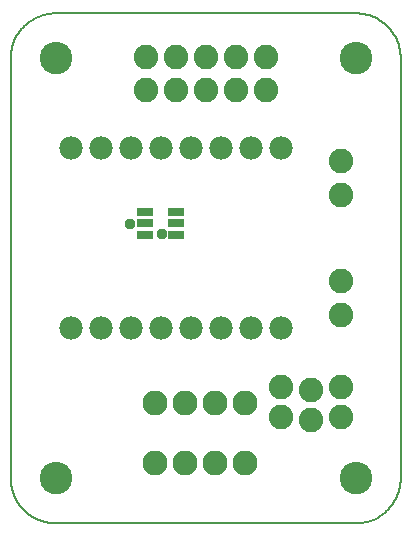
<source format=gbs>
G75*
%MOIN*%
%OFA0B0*%
%FSLAX25Y25*%
%IPPOS*%
%LPD*%
%AMOC8*
5,1,8,0,0,1.08239X$1,22.5*
%
%ADD10C,0.00600*%
%ADD11C,0.00000*%
%ADD12C,0.10800*%
%ADD13C,0.07800*%
%ADD14C,0.08280*%
%ADD15R,0.05524X0.02965*%
%ADD16C,0.08200*%
%ADD17C,0.03778*%
D10*
X0001300Y0016300D02*
X0001300Y0156300D01*
X0001304Y0156662D01*
X0001318Y0157025D01*
X0001339Y0157387D01*
X0001370Y0157748D01*
X0001409Y0158108D01*
X0001457Y0158467D01*
X0001514Y0158825D01*
X0001579Y0159182D01*
X0001653Y0159537D01*
X0001736Y0159890D01*
X0001827Y0160241D01*
X0001926Y0160589D01*
X0002034Y0160935D01*
X0002150Y0161279D01*
X0002275Y0161619D01*
X0002407Y0161956D01*
X0002548Y0162290D01*
X0002697Y0162621D01*
X0002854Y0162948D01*
X0003018Y0163271D01*
X0003190Y0163590D01*
X0003370Y0163904D01*
X0003558Y0164215D01*
X0003753Y0164520D01*
X0003955Y0164821D01*
X0004165Y0165117D01*
X0004381Y0165407D01*
X0004605Y0165693D01*
X0004835Y0165973D01*
X0005072Y0166247D01*
X0005316Y0166515D01*
X0005566Y0166778D01*
X0005822Y0167034D01*
X0006085Y0167284D01*
X0006353Y0167528D01*
X0006627Y0167765D01*
X0006907Y0167995D01*
X0007193Y0168219D01*
X0007483Y0168435D01*
X0007779Y0168645D01*
X0008080Y0168847D01*
X0008385Y0169042D01*
X0008696Y0169230D01*
X0009010Y0169410D01*
X0009329Y0169582D01*
X0009652Y0169746D01*
X0009979Y0169903D01*
X0010310Y0170052D01*
X0010644Y0170193D01*
X0010981Y0170325D01*
X0011321Y0170450D01*
X0011665Y0170566D01*
X0012011Y0170674D01*
X0012359Y0170773D01*
X0012710Y0170864D01*
X0013063Y0170947D01*
X0013418Y0171021D01*
X0013775Y0171086D01*
X0014133Y0171143D01*
X0014492Y0171191D01*
X0014852Y0171230D01*
X0015213Y0171261D01*
X0015575Y0171282D01*
X0015938Y0171296D01*
X0016300Y0171300D01*
X0116300Y0171300D01*
X0116662Y0171296D01*
X0117025Y0171282D01*
X0117387Y0171261D01*
X0117748Y0171230D01*
X0118108Y0171191D01*
X0118467Y0171143D01*
X0118825Y0171086D01*
X0119182Y0171021D01*
X0119537Y0170947D01*
X0119890Y0170864D01*
X0120241Y0170773D01*
X0120589Y0170674D01*
X0120935Y0170566D01*
X0121279Y0170450D01*
X0121619Y0170325D01*
X0121956Y0170193D01*
X0122290Y0170052D01*
X0122621Y0169903D01*
X0122948Y0169746D01*
X0123271Y0169582D01*
X0123590Y0169410D01*
X0123904Y0169230D01*
X0124215Y0169042D01*
X0124520Y0168847D01*
X0124821Y0168645D01*
X0125117Y0168435D01*
X0125407Y0168219D01*
X0125693Y0167995D01*
X0125973Y0167765D01*
X0126247Y0167528D01*
X0126515Y0167284D01*
X0126778Y0167034D01*
X0127034Y0166778D01*
X0127284Y0166515D01*
X0127528Y0166247D01*
X0127765Y0165973D01*
X0127995Y0165693D01*
X0128219Y0165407D01*
X0128435Y0165117D01*
X0128645Y0164821D01*
X0128847Y0164520D01*
X0129042Y0164215D01*
X0129230Y0163904D01*
X0129410Y0163590D01*
X0129582Y0163271D01*
X0129746Y0162948D01*
X0129903Y0162621D01*
X0130052Y0162290D01*
X0130193Y0161956D01*
X0130325Y0161619D01*
X0130450Y0161279D01*
X0130566Y0160935D01*
X0130674Y0160589D01*
X0130773Y0160241D01*
X0130864Y0159890D01*
X0130947Y0159537D01*
X0131021Y0159182D01*
X0131086Y0158825D01*
X0131143Y0158467D01*
X0131191Y0158108D01*
X0131230Y0157748D01*
X0131261Y0157387D01*
X0131282Y0157025D01*
X0131296Y0156662D01*
X0131300Y0156300D01*
X0131300Y0016300D01*
X0131296Y0015938D01*
X0131282Y0015575D01*
X0131261Y0015213D01*
X0131230Y0014852D01*
X0131191Y0014492D01*
X0131143Y0014133D01*
X0131086Y0013775D01*
X0131021Y0013418D01*
X0130947Y0013063D01*
X0130864Y0012710D01*
X0130773Y0012359D01*
X0130674Y0012011D01*
X0130566Y0011665D01*
X0130450Y0011321D01*
X0130325Y0010981D01*
X0130193Y0010644D01*
X0130052Y0010310D01*
X0129903Y0009979D01*
X0129746Y0009652D01*
X0129582Y0009329D01*
X0129410Y0009010D01*
X0129230Y0008696D01*
X0129042Y0008385D01*
X0128847Y0008080D01*
X0128645Y0007779D01*
X0128435Y0007483D01*
X0128219Y0007193D01*
X0127995Y0006907D01*
X0127765Y0006627D01*
X0127528Y0006353D01*
X0127284Y0006085D01*
X0127034Y0005822D01*
X0126778Y0005566D01*
X0126515Y0005316D01*
X0126247Y0005072D01*
X0125973Y0004835D01*
X0125693Y0004605D01*
X0125407Y0004381D01*
X0125117Y0004165D01*
X0124821Y0003955D01*
X0124520Y0003753D01*
X0124215Y0003558D01*
X0123904Y0003370D01*
X0123590Y0003190D01*
X0123271Y0003018D01*
X0122948Y0002854D01*
X0122621Y0002697D01*
X0122290Y0002548D01*
X0121956Y0002407D01*
X0121619Y0002275D01*
X0121279Y0002150D01*
X0120935Y0002034D01*
X0120589Y0001926D01*
X0120241Y0001827D01*
X0119890Y0001736D01*
X0119537Y0001653D01*
X0119182Y0001579D01*
X0118825Y0001514D01*
X0118467Y0001457D01*
X0118108Y0001409D01*
X0117748Y0001370D01*
X0117387Y0001339D01*
X0117025Y0001318D01*
X0116662Y0001304D01*
X0116300Y0001300D01*
X0016300Y0001300D01*
X0015938Y0001304D01*
X0015575Y0001318D01*
X0015213Y0001339D01*
X0014852Y0001370D01*
X0014492Y0001409D01*
X0014133Y0001457D01*
X0013775Y0001514D01*
X0013418Y0001579D01*
X0013063Y0001653D01*
X0012710Y0001736D01*
X0012359Y0001827D01*
X0012011Y0001926D01*
X0011665Y0002034D01*
X0011321Y0002150D01*
X0010981Y0002275D01*
X0010644Y0002407D01*
X0010310Y0002548D01*
X0009979Y0002697D01*
X0009652Y0002854D01*
X0009329Y0003018D01*
X0009010Y0003190D01*
X0008696Y0003370D01*
X0008385Y0003558D01*
X0008080Y0003753D01*
X0007779Y0003955D01*
X0007483Y0004165D01*
X0007193Y0004381D01*
X0006907Y0004605D01*
X0006627Y0004835D01*
X0006353Y0005072D01*
X0006085Y0005316D01*
X0005822Y0005566D01*
X0005566Y0005822D01*
X0005316Y0006085D01*
X0005072Y0006353D01*
X0004835Y0006627D01*
X0004605Y0006907D01*
X0004381Y0007193D01*
X0004165Y0007483D01*
X0003955Y0007779D01*
X0003753Y0008080D01*
X0003558Y0008385D01*
X0003370Y0008696D01*
X0003190Y0009010D01*
X0003018Y0009329D01*
X0002854Y0009652D01*
X0002697Y0009979D01*
X0002548Y0010310D01*
X0002407Y0010644D01*
X0002275Y0010981D01*
X0002150Y0011321D01*
X0002034Y0011665D01*
X0001926Y0012011D01*
X0001827Y0012359D01*
X0001736Y0012710D01*
X0001653Y0013063D01*
X0001579Y0013418D01*
X0001514Y0013775D01*
X0001457Y0014133D01*
X0001409Y0014492D01*
X0001370Y0014852D01*
X0001339Y0015213D01*
X0001318Y0015575D01*
X0001304Y0015938D01*
X0001300Y0016300D01*
D11*
X0011300Y0016300D02*
X0011302Y0016441D01*
X0011308Y0016582D01*
X0011318Y0016722D01*
X0011332Y0016862D01*
X0011350Y0017002D01*
X0011371Y0017141D01*
X0011397Y0017280D01*
X0011426Y0017418D01*
X0011460Y0017554D01*
X0011497Y0017690D01*
X0011538Y0017825D01*
X0011583Y0017959D01*
X0011632Y0018091D01*
X0011684Y0018222D01*
X0011740Y0018351D01*
X0011800Y0018478D01*
X0011863Y0018604D01*
X0011929Y0018728D01*
X0012000Y0018851D01*
X0012073Y0018971D01*
X0012150Y0019089D01*
X0012230Y0019205D01*
X0012314Y0019318D01*
X0012400Y0019429D01*
X0012490Y0019538D01*
X0012583Y0019644D01*
X0012678Y0019747D01*
X0012777Y0019848D01*
X0012878Y0019946D01*
X0012982Y0020041D01*
X0013089Y0020133D01*
X0013198Y0020222D01*
X0013310Y0020307D01*
X0013424Y0020390D01*
X0013540Y0020470D01*
X0013659Y0020546D01*
X0013780Y0020618D01*
X0013902Y0020688D01*
X0014027Y0020753D01*
X0014153Y0020816D01*
X0014281Y0020874D01*
X0014411Y0020929D01*
X0014542Y0020981D01*
X0014675Y0021028D01*
X0014809Y0021072D01*
X0014944Y0021113D01*
X0015080Y0021149D01*
X0015217Y0021181D01*
X0015355Y0021210D01*
X0015493Y0021235D01*
X0015633Y0021255D01*
X0015773Y0021272D01*
X0015913Y0021285D01*
X0016054Y0021294D01*
X0016194Y0021299D01*
X0016335Y0021300D01*
X0016476Y0021297D01*
X0016617Y0021290D01*
X0016757Y0021279D01*
X0016897Y0021264D01*
X0017037Y0021245D01*
X0017176Y0021223D01*
X0017314Y0021196D01*
X0017452Y0021166D01*
X0017588Y0021131D01*
X0017724Y0021093D01*
X0017858Y0021051D01*
X0017992Y0021005D01*
X0018124Y0020956D01*
X0018254Y0020902D01*
X0018383Y0020845D01*
X0018510Y0020785D01*
X0018636Y0020721D01*
X0018759Y0020653D01*
X0018881Y0020582D01*
X0019001Y0020508D01*
X0019118Y0020430D01*
X0019233Y0020349D01*
X0019346Y0020265D01*
X0019457Y0020178D01*
X0019565Y0020087D01*
X0019670Y0019994D01*
X0019773Y0019897D01*
X0019873Y0019798D01*
X0019970Y0019696D01*
X0020064Y0019591D01*
X0020155Y0019484D01*
X0020243Y0019374D01*
X0020328Y0019262D01*
X0020410Y0019147D01*
X0020489Y0019030D01*
X0020564Y0018911D01*
X0020636Y0018790D01*
X0020704Y0018667D01*
X0020769Y0018542D01*
X0020831Y0018415D01*
X0020888Y0018286D01*
X0020943Y0018156D01*
X0020993Y0018025D01*
X0021040Y0017892D01*
X0021083Y0017758D01*
X0021122Y0017622D01*
X0021157Y0017486D01*
X0021189Y0017349D01*
X0021216Y0017211D01*
X0021240Y0017072D01*
X0021260Y0016932D01*
X0021276Y0016792D01*
X0021288Y0016652D01*
X0021296Y0016511D01*
X0021300Y0016370D01*
X0021300Y0016230D01*
X0021296Y0016089D01*
X0021288Y0015948D01*
X0021276Y0015808D01*
X0021260Y0015668D01*
X0021240Y0015528D01*
X0021216Y0015389D01*
X0021189Y0015251D01*
X0021157Y0015114D01*
X0021122Y0014978D01*
X0021083Y0014842D01*
X0021040Y0014708D01*
X0020993Y0014575D01*
X0020943Y0014444D01*
X0020888Y0014314D01*
X0020831Y0014185D01*
X0020769Y0014058D01*
X0020704Y0013933D01*
X0020636Y0013810D01*
X0020564Y0013689D01*
X0020489Y0013570D01*
X0020410Y0013453D01*
X0020328Y0013338D01*
X0020243Y0013226D01*
X0020155Y0013116D01*
X0020064Y0013009D01*
X0019970Y0012904D01*
X0019873Y0012802D01*
X0019773Y0012703D01*
X0019670Y0012606D01*
X0019565Y0012513D01*
X0019457Y0012422D01*
X0019346Y0012335D01*
X0019233Y0012251D01*
X0019118Y0012170D01*
X0019001Y0012092D01*
X0018881Y0012018D01*
X0018759Y0011947D01*
X0018636Y0011879D01*
X0018510Y0011815D01*
X0018383Y0011755D01*
X0018254Y0011698D01*
X0018124Y0011644D01*
X0017992Y0011595D01*
X0017858Y0011549D01*
X0017724Y0011507D01*
X0017588Y0011469D01*
X0017452Y0011434D01*
X0017314Y0011404D01*
X0017176Y0011377D01*
X0017037Y0011355D01*
X0016897Y0011336D01*
X0016757Y0011321D01*
X0016617Y0011310D01*
X0016476Y0011303D01*
X0016335Y0011300D01*
X0016194Y0011301D01*
X0016054Y0011306D01*
X0015913Y0011315D01*
X0015773Y0011328D01*
X0015633Y0011345D01*
X0015493Y0011365D01*
X0015355Y0011390D01*
X0015217Y0011419D01*
X0015080Y0011451D01*
X0014944Y0011487D01*
X0014809Y0011528D01*
X0014675Y0011572D01*
X0014542Y0011619D01*
X0014411Y0011671D01*
X0014281Y0011726D01*
X0014153Y0011784D01*
X0014027Y0011847D01*
X0013902Y0011912D01*
X0013780Y0011982D01*
X0013659Y0012054D01*
X0013540Y0012130D01*
X0013424Y0012210D01*
X0013310Y0012293D01*
X0013198Y0012378D01*
X0013089Y0012467D01*
X0012982Y0012559D01*
X0012878Y0012654D01*
X0012777Y0012752D01*
X0012678Y0012853D01*
X0012583Y0012956D01*
X0012490Y0013062D01*
X0012400Y0013171D01*
X0012314Y0013282D01*
X0012230Y0013395D01*
X0012150Y0013511D01*
X0012073Y0013629D01*
X0012000Y0013749D01*
X0011929Y0013872D01*
X0011863Y0013996D01*
X0011800Y0014122D01*
X0011740Y0014249D01*
X0011684Y0014378D01*
X0011632Y0014509D01*
X0011583Y0014641D01*
X0011538Y0014775D01*
X0011497Y0014910D01*
X0011460Y0015046D01*
X0011426Y0015182D01*
X0011397Y0015320D01*
X0011371Y0015459D01*
X0011350Y0015598D01*
X0011332Y0015738D01*
X0011318Y0015878D01*
X0011308Y0016018D01*
X0011302Y0016159D01*
X0011300Y0016300D01*
X0111300Y0016300D02*
X0111302Y0016441D01*
X0111308Y0016582D01*
X0111318Y0016722D01*
X0111332Y0016862D01*
X0111350Y0017002D01*
X0111371Y0017141D01*
X0111397Y0017280D01*
X0111426Y0017418D01*
X0111460Y0017554D01*
X0111497Y0017690D01*
X0111538Y0017825D01*
X0111583Y0017959D01*
X0111632Y0018091D01*
X0111684Y0018222D01*
X0111740Y0018351D01*
X0111800Y0018478D01*
X0111863Y0018604D01*
X0111929Y0018728D01*
X0112000Y0018851D01*
X0112073Y0018971D01*
X0112150Y0019089D01*
X0112230Y0019205D01*
X0112314Y0019318D01*
X0112400Y0019429D01*
X0112490Y0019538D01*
X0112583Y0019644D01*
X0112678Y0019747D01*
X0112777Y0019848D01*
X0112878Y0019946D01*
X0112982Y0020041D01*
X0113089Y0020133D01*
X0113198Y0020222D01*
X0113310Y0020307D01*
X0113424Y0020390D01*
X0113540Y0020470D01*
X0113659Y0020546D01*
X0113780Y0020618D01*
X0113902Y0020688D01*
X0114027Y0020753D01*
X0114153Y0020816D01*
X0114281Y0020874D01*
X0114411Y0020929D01*
X0114542Y0020981D01*
X0114675Y0021028D01*
X0114809Y0021072D01*
X0114944Y0021113D01*
X0115080Y0021149D01*
X0115217Y0021181D01*
X0115355Y0021210D01*
X0115493Y0021235D01*
X0115633Y0021255D01*
X0115773Y0021272D01*
X0115913Y0021285D01*
X0116054Y0021294D01*
X0116194Y0021299D01*
X0116335Y0021300D01*
X0116476Y0021297D01*
X0116617Y0021290D01*
X0116757Y0021279D01*
X0116897Y0021264D01*
X0117037Y0021245D01*
X0117176Y0021223D01*
X0117314Y0021196D01*
X0117452Y0021166D01*
X0117588Y0021131D01*
X0117724Y0021093D01*
X0117858Y0021051D01*
X0117992Y0021005D01*
X0118124Y0020956D01*
X0118254Y0020902D01*
X0118383Y0020845D01*
X0118510Y0020785D01*
X0118636Y0020721D01*
X0118759Y0020653D01*
X0118881Y0020582D01*
X0119001Y0020508D01*
X0119118Y0020430D01*
X0119233Y0020349D01*
X0119346Y0020265D01*
X0119457Y0020178D01*
X0119565Y0020087D01*
X0119670Y0019994D01*
X0119773Y0019897D01*
X0119873Y0019798D01*
X0119970Y0019696D01*
X0120064Y0019591D01*
X0120155Y0019484D01*
X0120243Y0019374D01*
X0120328Y0019262D01*
X0120410Y0019147D01*
X0120489Y0019030D01*
X0120564Y0018911D01*
X0120636Y0018790D01*
X0120704Y0018667D01*
X0120769Y0018542D01*
X0120831Y0018415D01*
X0120888Y0018286D01*
X0120943Y0018156D01*
X0120993Y0018025D01*
X0121040Y0017892D01*
X0121083Y0017758D01*
X0121122Y0017622D01*
X0121157Y0017486D01*
X0121189Y0017349D01*
X0121216Y0017211D01*
X0121240Y0017072D01*
X0121260Y0016932D01*
X0121276Y0016792D01*
X0121288Y0016652D01*
X0121296Y0016511D01*
X0121300Y0016370D01*
X0121300Y0016230D01*
X0121296Y0016089D01*
X0121288Y0015948D01*
X0121276Y0015808D01*
X0121260Y0015668D01*
X0121240Y0015528D01*
X0121216Y0015389D01*
X0121189Y0015251D01*
X0121157Y0015114D01*
X0121122Y0014978D01*
X0121083Y0014842D01*
X0121040Y0014708D01*
X0120993Y0014575D01*
X0120943Y0014444D01*
X0120888Y0014314D01*
X0120831Y0014185D01*
X0120769Y0014058D01*
X0120704Y0013933D01*
X0120636Y0013810D01*
X0120564Y0013689D01*
X0120489Y0013570D01*
X0120410Y0013453D01*
X0120328Y0013338D01*
X0120243Y0013226D01*
X0120155Y0013116D01*
X0120064Y0013009D01*
X0119970Y0012904D01*
X0119873Y0012802D01*
X0119773Y0012703D01*
X0119670Y0012606D01*
X0119565Y0012513D01*
X0119457Y0012422D01*
X0119346Y0012335D01*
X0119233Y0012251D01*
X0119118Y0012170D01*
X0119001Y0012092D01*
X0118881Y0012018D01*
X0118759Y0011947D01*
X0118636Y0011879D01*
X0118510Y0011815D01*
X0118383Y0011755D01*
X0118254Y0011698D01*
X0118124Y0011644D01*
X0117992Y0011595D01*
X0117858Y0011549D01*
X0117724Y0011507D01*
X0117588Y0011469D01*
X0117452Y0011434D01*
X0117314Y0011404D01*
X0117176Y0011377D01*
X0117037Y0011355D01*
X0116897Y0011336D01*
X0116757Y0011321D01*
X0116617Y0011310D01*
X0116476Y0011303D01*
X0116335Y0011300D01*
X0116194Y0011301D01*
X0116054Y0011306D01*
X0115913Y0011315D01*
X0115773Y0011328D01*
X0115633Y0011345D01*
X0115493Y0011365D01*
X0115355Y0011390D01*
X0115217Y0011419D01*
X0115080Y0011451D01*
X0114944Y0011487D01*
X0114809Y0011528D01*
X0114675Y0011572D01*
X0114542Y0011619D01*
X0114411Y0011671D01*
X0114281Y0011726D01*
X0114153Y0011784D01*
X0114027Y0011847D01*
X0113902Y0011912D01*
X0113780Y0011982D01*
X0113659Y0012054D01*
X0113540Y0012130D01*
X0113424Y0012210D01*
X0113310Y0012293D01*
X0113198Y0012378D01*
X0113089Y0012467D01*
X0112982Y0012559D01*
X0112878Y0012654D01*
X0112777Y0012752D01*
X0112678Y0012853D01*
X0112583Y0012956D01*
X0112490Y0013062D01*
X0112400Y0013171D01*
X0112314Y0013282D01*
X0112230Y0013395D01*
X0112150Y0013511D01*
X0112073Y0013629D01*
X0112000Y0013749D01*
X0111929Y0013872D01*
X0111863Y0013996D01*
X0111800Y0014122D01*
X0111740Y0014249D01*
X0111684Y0014378D01*
X0111632Y0014509D01*
X0111583Y0014641D01*
X0111538Y0014775D01*
X0111497Y0014910D01*
X0111460Y0015046D01*
X0111426Y0015182D01*
X0111397Y0015320D01*
X0111371Y0015459D01*
X0111350Y0015598D01*
X0111332Y0015738D01*
X0111318Y0015878D01*
X0111308Y0016018D01*
X0111302Y0016159D01*
X0111300Y0016300D01*
X0111300Y0156300D02*
X0111302Y0156441D01*
X0111308Y0156582D01*
X0111318Y0156722D01*
X0111332Y0156862D01*
X0111350Y0157002D01*
X0111371Y0157141D01*
X0111397Y0157280D01*
X0111426Y0157418D01*
X0111460Y0157554D01*
X0111497Y0157690D01*
X0111538Y0157825D01*
X0111583Y0157959D01*
X0111632Y0158091D01*
X0111684Y0158222D01*
X0111740Y0158351D01*
X0111800Y0158478D01*
X0111863Y0158604D01*
X0111929Y0158728D01*
X0112000Y0158851D01*
X0112073Y0158971D01*
X0112150Y0159089D01*
X0112230Y0159205D01*
X0112314Y0159318D01*
X0112400Y0159429D01*
X0112490Y0159538D01*
X0112583Y0159644D01*
X0112678Y0159747D01*
X0112777Y0159848D01*
X0112878Y0159946D01*
X0112982Y0160041D01*
X0113089Y0160133D01*
X0113198Y0160222D01*
X0113310Y0160307D01*
X0113424Y0160390D01*
X0113540Y0160470D01*
X0113659Y0160546D01*
X0113780Y0160618D01*
X0113902Y0160688D01*
X0114027Y0160753D01*
X0114153Y0160816D01*
X0114281Y0160874D01*
X0114411Y0160929D01*
X0114542Y0160981D01*
X0114675Y0161028D01*
X0114809Y0161072D01*
X0114944Y0161113D01*
X0115080Y0161149D01*
X0115217Y0161181D01*
X0115355Y0161210D01*
X0115493Y0161235D01*
X0115633Y0161255D01*
X0115773Y0161272D01*
X0115913Y0161285D01*
X0116054Y0161294D01*
X0116194Y0161299D01*
X0116335Y0161300D01*
X0116476Y0161297D01*
X0116617Y0161290D01*
X0116757Y0161279D01*
X0116897Y0161264D01*
X0117037Y0161245D01*
X0117176Y0161223D01*
X0117314Y0161196D01*
X0117452Y0161166D01*
X0117588Y0161131D01*
X0117724Y0161093D01*
X0117858Y0161051D01*
X0117992Y0161005D01*
X0118124Y0160956D01*
X0118254Y0160902D01*
X0118383Y0160845D01*
X0118510Y0160785D01*
X0118636Y0160721D01*
X0118759Y0160653D01*
X0118881Y0160582D01*
X0119001Y0160508D01*
X0119118Y0160430D01*
X0119233Y0160349D01*
X0119346Y0160265D01*
X0119457Y0160178D01*
X0119565Y0160087D01*
X0119670Y0159994D01*
X0119773Y0159897D01*
X0119873Y0159798D01*
X0119970Y0159696D01*
X0120064Y0159591D01*
X0120155Y0159484D01*
X0120243Y0159374D01*
X0120328Y0159262D01*
X0120410Y0159147D01*
X0120489Y0159030D01*
X0120564Y0158911D01*
X0120636Y0158790D01*
X0120704Y0158667D01*
X0120769Y0158542D01*
X0120831Y0158415D01*
X0120888Y0158286D01*
X0120943Y0158156D01*
X0120993Y0158025D01*
X0121040Y0157892D01*
X0121083Y0157758D01*
X0121122Y0157622D01*
X0121157Y0157486D01*
X0121189Y0157349D01*
X0121216Y0157211D01*
X0121240Y0157072D01*
X0121260Y0156932D01*
X0121276Y0156792D01*
X0121288Y0156652D01*
X0121296Y0156511D01*
X0121300Y0156370D01*
X0121300Y0156230D01*
X0121296Y0156089D01*
X0121288Y0155948D01*
X0121276Y0155808D01*
X0121260Y0155668D01*
X0121240Y0155528D01*
X0121216Y0155389D01*
X0121189Y0155251D01*
X0121157Y0155114D01*
X0121122Y0154978D01*
X0121083Y0154842D01*
X0121040Y0154708D01*
X0120993Y0154575D01*
X0120943Y0154444D01*
X0120888Y0154314D01*
X0120831Y0154185D01*
X0120769Y0154058D01*
X0120704Y0153933D01*
X0120636Y0153810D01*
X0120564Y0153689D01*
X0120489Y0153570D01*
X0120410Y0153453D01*
X0120328Y0153338D01*
X0120243Y0153226D01*
X0120155Y0153116D01*
X0120064Y0153009D01*
X0119970Y0152904D01*
X0119873Y0152802D01*
X0119773Y0152703D01*
X0119670Y0152606D01*
X0119565Y0152513D01*
X0119457Y0152422D01*
X0119346Y0152335D01*
X0119233Y0152251D01*
X0119118Y0152170D01*
X0119001Y0152092D01*
X0118881Y0152018D01*
X0118759Y0151947D01*
X0118636Y0151879D01*
X0118510Y0151815D01*
X0118383Y0151755D01*
X0118254Y0151698D01*
X0118124Y0151644D01*
X0117992Y0151595D01*
X0117858Y0151549D01*
X0117724Y0151507D01*
X0117588Y0151469D01*
X0117452Y0151434D01*
X0117314Y0151404D01*
X0117176Y0151377D01*
X0117037Y0151355D01*
X0116897Y0151336D01*
X0116757Y0151321D01*
X0116617Y0151310D01*
X0116476Y0151303D01*
X0116335Y0151300D01*
X0116194Y0151301D01*
X0116054Y0151306D01*
X0115913Y0151315D01*
X0115773Y0151328D01*
X0115633Y0151345D01*
X0115493Y0151365D01*
X0115355Y0151390D01*
X0115217Y0151419D01*
X0115080Y0151451D01*
X0114944Y0151487D01*
X0114809Y0151528D01*
X0114675Y0151572D01*
X0114542Y0151619D01*
X0114411Y0151671D01*
X0114281Y0151726D01*
X0114153Y0151784D01*
X0114027Y0151847D01*
X0113902Y0151912D01*
X0113780Y0151982D01*
X0113659Y0152054D01*
X0113540Y0152130D01*
X0113424Y0152210D01*
X0113310Y0152293D01*
X0113198Y0152378D01*
X0113089Y0152467D01*
X0112982Y0152559D01*
X0112878Y0152654D01*
X0112777Y0152752D01*
X0112678Y0152853D01*
X0112583Y0152956D01*
X0112490Y0153062D01*
X0112400Y0153171D01*
X0112314Y0153282D01*
X0112230Y0153395D01*
X0112150Y0153511D01*
X0112073Y0153629D01*
X0112000Y0153749D01*
X0111929Y0153872D01*
X0111863Y0153996D01*
X0111800Y0154122D01*
X0111740Y0154249D01*
X0111684Y0154378D01*
X0111632Y0154509D01*
X0111583Y0154641D01*
X0111538Y0154775D01*
X0111497Y0154910D01*
X0111460Y0155046D01*
X0111426Y0155182D01*
X0111397Y0155320D01*
X0111371Y0155459D01*
X0111350Y0155598D01*
X0111332Y0155738D01*
X0111318Y0155878D01*
X0111308Y0156018D01*
X0111302Y0156159D01*
X0111300Y0156300D01*
X0011300Y0156300D02*
X0011302Y0156441D01*
X0011308Y0156582D01*
X0011318Y0156722D01*
X0011332Y0156862D01*
X0011350Y0157002D01*
X0011371Y0157141D01*
X0011397Y0157280D01*
X0011426Y0157418D01*
X0011460Y0157554D01*
X0011497Y0157690D01*
X0011538Y0157825D01*
X0011583Y0157959D01*
X0011632Y0158091D01*
X0011684Y0158222D01*
X0011740Y0158351D01*
X0011800Y0158478D01*
X0011863Y0158604D01*
X0011929Y0158728D01*
X0012000Y0158851D01*
X0012073Y0158971D01*
X0012150Y0159089D01*
X0012230Y0159205D01*
X0012314Y0159318D01*
X0012400Y0159429D01*
X0012490Y0159538D01*
X0012583Y0159644D01*
X0012678Y0159747D01*
X0012777Y0159848D01*
X0012878Y0159946D01*
X0012982Y0160041D01*
X0013089Y0160133D01*
X0013198Y0160222D01*
X0013310Y0160307D01*
X0013424Y0160390D01*
X0013540Y0160470D01*
X0013659Y0160546D01*
X0013780Y0160618D01*
X0013902Y0160688D01*
X0014027Y0160753D01*
X0014153Y0160816D01*
X0014281Y0160874D01*
X0014411Y0160929D01*
X0014542Y0160981D01*
X0014675Y0161028D01*
X0014809Y0161072D01*
X0014944Y0161113D01*
X0015080Y0161149D01*
X0015217Y0161181D01*
X0015355Y0161210D01*
X0015493Y0161235D01*
X0015633Y0161255D01*
X0015773Y0161272D01*
X0015913Y0161285D01*
X0016054Y0161294D01*
X0016194Y0161299D01*
X0016335Y0161300D01*
X0016476Y0161297D01*
X0016617Y0161290D01*
X0016757Y0161279D01*
X0016897Y0161264D01*
X0017037Y0161245D01*
X0017176Y0161223D01*
X0017314Y0161196D01*
X0017452Y0161166D01*
X0017588Y0161131D01*
X0017724Y0161093D01*
X0017858Y0161051D01*
X0017992Y0161005D01*
X0018124Y0160956D01*
X0018254Y0160902D01*
X0018383Y0160845D01*
X0018510Y0160785D01*
X0018636Y0160721D01*
X0018759Y0160653D01*
X0018881Y0160582D01*
X0019001Y0160508D01*
X0019118Y0160430D01*
X0019233Y0160349D01*
X0019346Y0160265D01*
X0019457Y0160178D01*
X0019565Y0160087D01*
X0019670Y0159994D01*
X0019773Y0159897D01*
X0019873Y0159798D01*
X0019970Y0159696D01*
X0020064Y0159591D01*
X0020155Y0159484D01*
X0020243Y0159374D01*
X0020328Y0159262D01*
X0020410Y0159147D01*
X0020489Y0159030D01*
X0020564Y0158911D01*
X0020636Y0158790D01*
X0020704Y0158667D01*
X0020769Y0158542D01*
X0020831Y0158415D01*
X0020888Y0158286D01*
X0020943Y0158156D01*
X0020993Y0158025D01*
X0021040Y0157892D01*
X0021083Y0157758D01*
X0021122Y0157622D01*
X0021157Y0157486D01*
X0021189Y0157349D01*
X0021216Y0157211D01*
X0021240Y0157072D01*
X0021260Y0156932D01*
X0021276Y0156792D01*
X0021288Y0156652D01*
X0021296Y0156511D01*
X0021300Y0156370D01*
X0021300Y0156230D01*
X0021296Y0156089D01*
X0021288Y0155948D01*
X0021276Y0155808D01*
X0021260Y0155668D01*
X0021240Y0155528D01*
X0021216Y0155389D01*
X0021189Y0155251D01*
X0021157Y0155114D01*
X0021122Y0154978D01*
X0021083Y0154842D01*
X0021040Y0154708D01*
X0020993Y0154575D01*
X0020943Y0154444D01*
X0020888Y0154314D01*
X0020831Y0154185D01*
X0020769Y0154058D01*
X0020704Y0153933D01*
X0020636Y0153810D01*
X0020564Y0153689D01*
X0020489Y0153570D01*
X0020410Y0153453D01*
X0020328Y0153338D01*
X0020243Y0153226D01*
X0020155Y0153116D01*
X0020064Y0153009D01*
X0019970Y0152904D01*
X0019873Y0152802D01*
X0019773Y0152703D01*
X0019670Y0152606D01*
X0019565Y0152513D01*
X0019457Y0152422D01*
X0019346Y0152335D01*
X0019233Y0152251D01*
X0019118Y0152170D01*
X0019001Y0152092D01*
X0018881Y0152018D01*
X0018759Y0151947D01*
X0018636Y0151879D01*
X0018510Y0151815D01*
X0018383Y0151755D01*
X0018254Y0151698D01*
X0018124Y0151644D01*
X0017992Y0151595D01*
X0017858Y0151549D01*
X0017724Y0151507D01*
X0017588Y0151469D01*
X0017452Y0151434D01*
X0017314Y0151404D01*
X0017176Y0151377D01*
X0017037Y0151355D01*
X0016897Y0151336D01*
X0016757Y0151321D01*
X0016617Y0151310D01*
X0016476Y0151303D01*
X0016335Y0151300D01*
X0016194Y0151301D01*
X0016054Y0151306D01*
X0015913Y0151315D01*
X0015773Y0151328D01*
X0015633Y0151345D01*
X0015493Y0151365D01*
X0015355Y0151390D01*
X0015217Y0151419D01*
X0015080Y0151451D01*
X0014944Y0151487D01*
X0014809Y0151528D01*
X0014675Y0151572D01*
X0014542Y0151619D01*
X0014411Y0151671D01*
X0014281Y0151726D01*
X0014153Y0151784D01*
X0014027Y0151847D01*
X0013902Y0151912D01*
X0013780Y0151982D01*
X0013659Y0152054D01*
X0013540Y0152130D01*
X0013424Y0152210D01*
X0013310Y0152293D01*
X0013198Y0152378D01*
X0013089Y0152467D01*
X0012982Y0152559D01*
X0012878Y0152654D01*
X0012777Y0152752D01*
X0012678Y0152853D01*
X0012583Y0152956D01*
X0012490Y0153062D01*
X0012400Y0153171D01*
X0012314Y0153282D01*
X0012230Y0153395D01*
X0012150Y0153511D01*
X0012073Y0153629D01*
X0012000Y0153749D01*
X0011929Y0153872D01*
X0011863Y0153996D01*
X0011800Y0154122D01*
X0011740Y0154249D01*
X0011684Y0154378D01*
X0011632Y0154509D01*
X0011583Y0154641D01*
X0011538Y0154775D01*
X0011497Y0154910D01*
X0011460Y0155046D01*
X0011426Y0155182D01*
X0011397Y0155320D01*
X0011371Y0155459D01*
X0011350Y0155598D01*
X0011332Y0155738D01*
X0011318Y0155878D01*
X0011308Y0156018D01*
X0011302Y0156159D01*
X0011300Y0156300D01*
D12*
X0016300Y0156300D03*
X0116300Y0156300D03*
X0116300Y0016300D03*
X0016300Y0016300D03*
D13*
X0021300Y0066300D03*
X0031300Y0066300D03*
X0041300Y0066300D03*
X0051300Y0066300D03*
X0061300Y0066300D03*
X0071300Y0066300D03*
X0081300Y0066300D03*
X0091300Y0066300D03*
X0091300Y0126300D03*
X0081300Y0126300D03*
X0071300Y0126300D03*
X0061300Y0126300D03*
X0051300Y0126300D03*
X0041300Y0126300D03*
X0031300Y0126300D03*
X0021300Y0126300D03*
D14*
X0049300Y0041300D03*
X0059300Y0041300D03*
X0069300Y0041300D03*
X0079300Y0041300D03*
X0079300Y0021300D03*
X0069300Y0021300D03*
X0059300Y0021300D03*
X0049300Y0021300D03*
D15*
X0046181Y0097560D03*
X0046181Y0101300D03*
X0046181Y0105040D03*
X0056419Y0105040D03*
X0056419Y0101300D03*
X0056419Y0097560D03*
D16*
X0056300Y0145800D03*
X0056300Y0156800D03*
X0046300Y0156800D03*
X0046300Y0145800D03*
X0066300Y0145800D03*
X0066300Y0156800D03*
X0076300Y0156800D03*
X0076300Y0145800D03*
X0086300Y0145800D03*
X0086300Y0156800D03*
X0111300Y0122000D03*
X0111300Y0110600D03*
X0111300Y0082000D03*
X0111300Y0070600D03*
X0111300Y0046800D03*
X0111300Y0036800D03*
X0101300Y0035800D03*
X0101300Y0045800D03*
X0091300Y0046800D03*
X0091300Y0036800D03*
D17*
X0051700Y0097600D03*
X0041200Y0101200D03*
M02*

</source>
